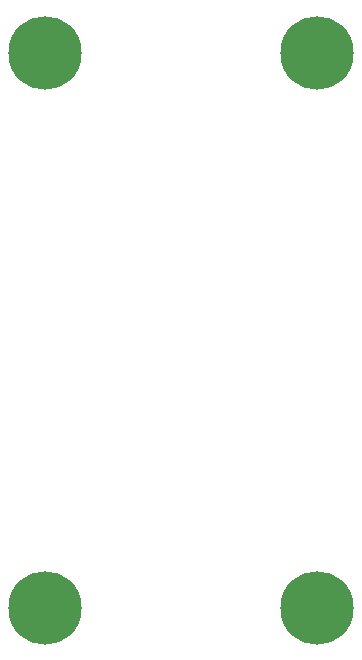
<source format=gbs>
G75*
%MOIN*%
%OFA0B0*%
%FSLAX24Y24*%
%IPPOS*%
%LPD*%
%AMOC8*
5,1,8,0,0,1.08239X$1,22.5*
%
%ADD10C,0.2442*%
D10*
X002315Y005268D03*
X011370Y005268D03*
X011370Y023772D03*
X002315Y023772D03*
M02*

</source>
